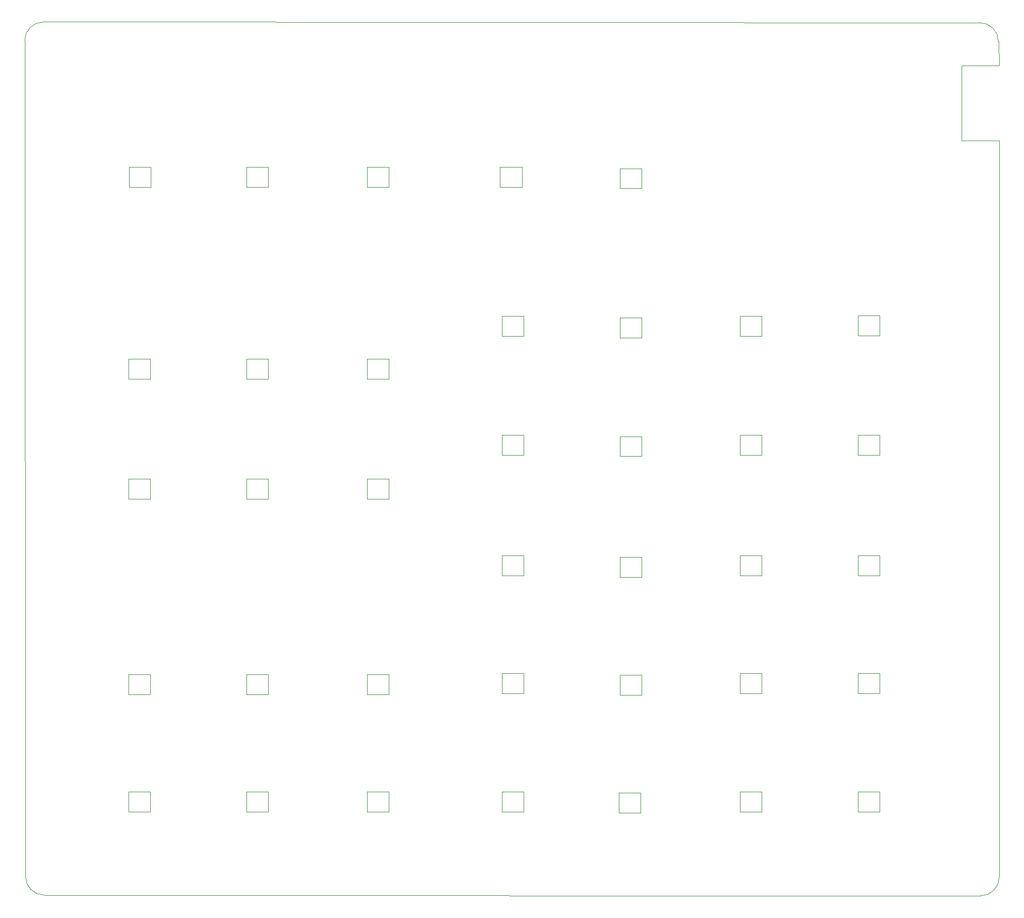
<source format=gbr>
G04 #@! TF.GenerationSoftware,KiCad,Pcbnew,7.0.6*
G04 #@! TF.CreationDate,2023-08-25T23:20:31+09:00*
G04 #@! TF.ProjectId,yamata37,79616d61-7461-4333-972e-6b696361645f,rev?*
G04 #@! TF.SameCoordinates,Original*
G04 #@! TF.FileFunction,Profile,NP*
%FSLAX46Y46*%
G04 Gerber Fmt 4.6, Leading zero omitted, Abs format (unit mm)*
G04 Created by KiCad (PCBNEW 7.0.6) date 2023-08-25 23:20:31*
%MOMM*%
%LPD*%
G01*
G04 APERTURE LIST*
G04 #@! TA.AperFunction,Profile*
%ADD10C,0.100000*%
G04 #@! TD*
G04 #@! TA.AperFunction,Profile*
%ADD11C,0.120000*%
G04 #@! TD*
G04 APERTURE END LIST*
D10*
X165000000Y-32000000D02*
X171000000Y-32000000D01*
X165000000Y-20000000D02*
X165000000Y-32000000D01*
X171000000Y-20000000D02*
X165000000Y-20000000D01*
X171000000Y-32000000D02*
X171000000Y-150000000D01*
X170878680Y-16121320D02*
X171000000Y-20000000D01*
X170878680Y-16121320D02*
G75*
G03*
X167878680Y-13121320I-3000001J-1D01*
G01*
X168000000Y-153000000D02*
G75*
G03*
X171000000Y-150000000I-1J3000001D01*
G01*
X15121320Y-149878680D02*
G75*
G03*
X18121320Y-152878680I3000001J1D01*
G01*
X18000000Y-13000000D02*
G75*
G03*
X15000000Y-16000000I0J-3000000D01*
G01*
X167878680Y-13121320D02*
X18000000Y-13000000D01*
X18121320Y-152878680D02*
X168000000Y-153000000D01*
X15000000Y-16000000D02*
X15121320Y-149878680D01*
D11*
X50514000Y-36234000D02*
X54014000Y-36234000D01*
X50514000Y-39434000D02*
X50514000Y-36234000D01*
X54014000Y-36234000D02*
X54014000Y-39434000D01*
X54014000Y-39434000D02*
X50514000Y-39434000D01*
X110272501Y-98716000D02*
X113772501Y-98716000D01*
X110272501Y-101916000D02*
X110272501Y-98716000D01*
X113772501Y-98716000D02*
X113772501Y-101916000D01*
X113772501Y-101916000D02*
X110272501Y-101916000D01*
X129465790Y-136334000D02*
X132965790Y-136334000D01*
X129465790Y-139534000D02*
X129465790Y-136334000D01*
X132965790Y-136334000D02*
X132965790Y-139534000D01*
X132965790Y-139534000D02*
X129465790Y-139534000D01*
X31718000Y-36234000D02*
X35218000Y-36234000D01*
X31718000Y-39434000D02*
X31718000Y-36234000D01*
X35218000Y-36234000D02*
X35218000Y-39434000D01*
X35218000Y-39434000D02*
X31718000Y-39434000D01*
X35087528Y-70215682D02*
X31587528Y-70215682D01*
X35087528Y-67015682D02*
X35087528Y-70215682D01*
X31587528Y-70215682D02*
X31587528Y-67015682D01*
X31587528Y-67015682D02*
X35087528Y-67015682D01*
X50514000Y-136334000D02*
X54014000Y-136334000D01*
X50514000Y-139534000D02*
X50514000Y-136334000D01*
X54014000Y-136334000D02*
X54014000Y-139534000D01*
X54014000Y-139534000D02*
X50514000Y-139534000D01*
X73318000Y-139534000D02*
X69818000Y-139534000D01*
X73318000Y-136334000D02*
X73318000Y-139534000D01*
X69818000Y-139534000D02*
X69818000Y-136334000D01*
X69818000Y-136334000D02*
X73318000Y-136334000D01*
X110109672Y-136486000D02*
X113609672Y-136486000D01*
X110109672Y-139686000D02*
X110109672Y-136486000D01*
X113609672Y-136486000D02*
X113609672Y-139686000D01*
X113609672Y-139686000D02*
X110109672Y-139686000D01*
X35087528Y-120714000D02*
X31587528Y-120714000D01*
X35087528Y-117514000D02*
X35087528Y-120714000D01*
X31587528Y-120714000D02*
X31587528Y-117514000D01*
X31587528Y-117514000D02*
X35087528Y-117514000D01*
X129465790Y-79170000D02*
X132965790Y-79170000D01*
X129465790Y-82370000D02*
X129465790Y-79170000D01*
X132965790Y-79170000D02*
X132965790Y-82370000D01*
X132965790Y-82370000D02*
X129465790Y-82370000D01*
X50514000Y-117514000D02*
X54014000Y-117514000D01*
X50514000Y-120714000D02*
X50514000Y-117514000D01*
X54014000Y-117514000D02*
X54014000Y-120714000D01*
X54014000Y-120714000D02*
X50514000Y-120714000D01*
X73318000Y-120714000D02*
X69818000Y-120714000D01*
X73318000Y-117514000D02*
X73318000Y-120714000D01*
X69818000Y-120714000D02*
X69818000Y-117514000D01*
X69818000Y-117514000D02*
X73318000Y-117514000D01*
X110272501Y-79396000D02*
X113772501Y-79396000D01*
X110272501Y-82596000D02*
X110272501Y-79396000D01*
X113772501Y-79396000D02*
X113772501Y-82596000D01*
X113772501Y-82596000D02*
X110272501Y-82596000D01*
X110272501Y-117605250D02*
X113772501Y-117605250D01*
X110272501Y-120805250D02*
X110272501Y-117605250D01*
X113772501Y-117605250D02*
X113772501Y-120805250D01*
X113772501Y-120805250D02*
X110272501Y-120805250D01*
X129465790Y-98490000D02*
X132965790Y-98490000D01*
X129465790Y-101690000D02*
X129465790Y-98490000D01*
X132965790Y-98490000D02*
X132965790Y-101690000D01*
X132965790Y-101690000D02*
X129465790Y-101690000D01*
X35087528Y-139534000D02*
X31587528Y-139534000D01*
X35087528Y-136334000D02*
X35087528Y-139534000D01*
X31587528Y-139534000D02*
X31587528Y-136334000D01*
X31587528Y-136334000D02*
X35087528Y-136334000D01*
X91365790Y-60134000D02*
X94865790Y-60134000D01*
X91365790Y-63334000D02*
X91365790Y-60134000D01*
X94865790Y-60134000D02*
X94865790Y-63334000D01*
X94865790Y-63334000D02*
X91365790Y-63334000D01*
X148340000Y-79170000D02*
X151840000Y-79170000D01*
X148340000Y-82370000D02*
X148340000Y-79170000D01*
X151840000Y-79170000D02*
X151840000Y-82370000D01*
X151840000Y-82370000D02*
X148340000Y-82370000D01*
X73318000Y-70215682D02*
X69818000Y-70215682D01*
X73318000Y-67015682D02*
X73318000Y-70215682D01*
X69818000Y-70215682D02*
X69818000Y-67015682D01*
X69818000Y-67015682D02*
X73318000Y-67015682D01*
X129465790Y-60134000D02*
X132965790Y-60134000D01*
X129465790Y-63334000D02*
X129465790Y-60134000D01*
X132965790Y-60134000D02*
X132965790Y-63334000D01*
X132965790Y-63334000D02*
X129465790Y-63334000D01*
X91365790Y-117379250D02*
X94865790Y-117379250D01*
X91365790Y-120579250D02*
X91365790Y-117379250D01*
X94865790Y-117379250D02*
X94865790Y-120579250D01*
X94865790Y-120579250D02*
X91365790Y-120579250D01*
X50514000Y-67015682D02*
X54014000Y-67015682D01*
X50514000Y-70215682D02*
X50514000Y-67015682D01*
X54014000Y-67015682D02*
X54014000Y-70215682D01*
X54014000Y-70215682D02*
X50514000Y-70215682D01*
X91365790Y-136334000D02*
X94865790Y-136334000D01*
X91365790Y-139534000D02*
X91365790Y-136334000D01*
X94865790Y-136334000D02*
X94865790Y-139534000D01*
X94865790Y-139534000D02*
X91365790Y-139534000D01*
X148340000Y-98490000D02*
X151840000Y-98490000D01*
X148340000Y-101690000D02*
X148340000Y-98490000D01*
X151840000Y-98490000D02*
X151840000Y-101690000D01*
X151840000Y-101690000D02*
X148340000Y-101690000D01*
X110272501Y-60360000D02*
X113772501Y-60360000D01*
X110272501Y-63560000D02*
X110272501Y-60360000D01*
X113772501Y-60360000D02*
X113772501Y-63560000D01*
X113772501Y-63560000D02*
X110272501Y-63560000D01*
X73310000Y-89400000D02*
X69810000Y-89400000D01*
X73310000Y-86200000D02*
X73310000Y-89400000D01*
X69810000Y-89400000D02*
X69810000Y-86200000D01*
X69810000Y-86200000D02*
X73310000Y-86200000D01*
X91365790Y-79170000D02*
X94865790Y-79170000D01*
X91365790Y-82370000D02*
X91365790Y-79170000D01*
X94865790Y-79170000D02*
X94865790Y-82370000D01*
X94865790Y-82370000D02*
X91365790Y-82370000D01*
X91094000Y-36234000D02*
X94594000Y-36234000D01*
X91094000Y-39434000D02*
X91094000Y-36234000D01*
X94594000Y-36234000D02*
X94594000Y-39434000D01*
X94594000Y-39434000D02*
X91094000Y-39434000D01*
X113782961Y-39660000D02*
X110282961Y-39660000D01*
X113782961Y-36460000D02*
X113782961Y-39660000D01*
X110282961Y-39660000D02*
X110282961Y-36460000D01*
X110282961Y-36460000D02*
X113782961Y-36460000D01*
X148340000Y-117379250D02*
X151840000Y-117379250D01*
X148340000Y-120579250D02*
X148340000Y-117379250D01*
X151840000Y-117379250D02*
X151840000Y-120579250D01*
X151840000Y-120579250D02*
X148340000Y-120579250D01*
X50506000Y-86200000D02*
X54006000Y-86200000D01*
X50506000Y-89400000D02*
X50506000Y-86200000D01*
X54006000Y-86200000D02*
X54006000Y-89400000D01*
X54006000Y-89400000D02*
X50506000Y-89400000D01*
X35079528Y-89400000D02*
X31579528Y-89400000D01*
X35079528Y-86200000D02*
X35079528Y-89400000D01*
X31579528Y-89400000D02*
X31579528Y-86200000D01*
X31579528Y-86200000D02*
X35079528Y-86200000D01*
X148340000Y-136334000D02*
X151840000Y-136334000D01*
X148340000Y-139534000D02*
X148340000Y-136334000D01*
X151840000Y-136334000D02*
X151840000Y-139534000D01*
X151840000Y-139534000D02*
X148340000Y-139534000D01*
X129465790Y-117379250D02*
X132965790Y-117379250D01*
X129465790Y-120579250D02*
X129465790Y-117379250D01*
X132965790Y-117379250D02*
X132965790Y-120579250D01*
X132965790Y-120579250D02*
X129465790Y-120579250D01*
X91365790Y-98490000D02*
X94865790Y-98490000D01*
X91365790Y-101690000D02*
X91365790Y-98490000D01*
X94865790Y-98490000D02*
X94865790Y-101690000D01*
X94865790Y-101690000D02*
X91365790Y-101690000D01*
X148340000Y-60060000D02*
X151840000Y-60060000D01*
X148340000Y-63260000D02*
X148340000Y-60060000D01*
X151840000Y-60060000D02*
X151840000Y-63260000D01*
X151840000Y-63260000D02*
X148340000Y-63260000D01*
X73318000Y-39434000D02*
X69818000Y-39434000D01*
X73318000Y-36234000D02*
X73318000Y-39434000D01*
X69818000Y-39434000D02*
X69818000Y-36234000D01*
X69818000Y-36234000D02*
X73318000Y-36234000D01*
M02*

</source>
